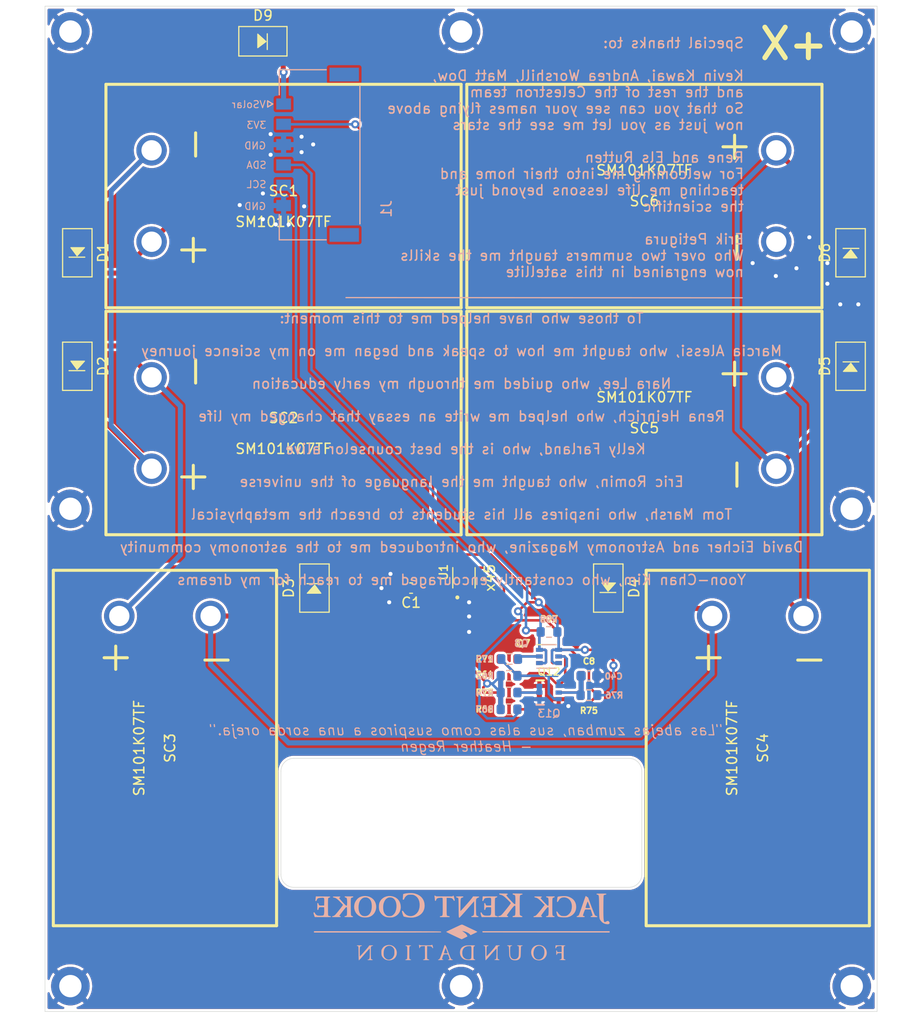
<source format=kicad_pcb>
(kicad_pcb (version 20211014) (generator pcbnew)
  (layers (0 "F.Cu" signal) (31 "B.Cu" signal) (34 "B.Paste" user) (35 "F.Paste" user) (36 "B.SilkS" user "B.Silkscreen") (37 "F.SilkS" user "F.Silkscreen") (38 "B.Mask" user) (39 "F.Mask" user) (44 "Edge.Cuts" user))
  (net 0 "")
  (net 1 "+3V3")
  (net 2 "GND")
  (net 3 "Net-(D1-Pad1)")
  (net 4 "Net-(D1-Pad2)")
  (net 5 "Net-(D2-Pad2)")
  (net 6 "Net-(D3-Pad2)")
  (net 7 "Net-(D4-Pad2)")
  (net 8 "Net-(D5-Pad2)")
  (net 9 "VSOLAR")
  (net 10 "SCL")
  (net 11 "SDA")
  (net 12 "Net-(C8-Pad1)")
  (net 13 "Net-(C40-Pad1)")
  (net 14 "Net-(Q12-Pad6)")
  (net 15 "Net-(Q7-Pad2)")
  (net 16 "SCL_SUN")
  (net 17 "Net-(Q13-Pad6)")
  (net 18 "Net-(Q8-Pad2)")
  (net 19 "SDA_SUN")
  (net 20 "Net-(Q12-Pad2)")
  (net 21 "Net-(Q13-Pad2)")
  (footprint "sputnik2U:SM101K07TF" (layer "F.Cu") (at 156.464 64.008)
    (fp_text reference "SC6" (at 0 0.5) (layer "F.SilkS"))
    (fp_text value "SM101K07TF" (at 0 -2.54) (layer "F.SilkS"))
    (fp_text user "-" (at 8.89 5.08 90) (layer "F.SilkS") (effects (font (size 3 3) (thickness 0.3))))
    (fp_text user "+" (at 8.89 -5.08) (layer "F.SilkS") (effects (font (size 3 3) (thickness 0.3))))
    (pad "1" thru_hole circle locked (at 13 -4.5) (size 3 3) (drill 2) (layers *.Cu *.Mask) (net 8 "Net-(D5-Pad2)"))
    (pad "2" thru_hole circle locked (at 13 4.5) (size 3 3) (drill 2) (layers *.Cu *.Mask) (net 2 "GND"))
  )
  (footprint "sputnik2U:SM101K07TF" (layer "F.Cu") (at 156.464 86.36)
    (fp_text reference "SC5" (at 0 0.5) (layer "F.SilkS"))
    (fp_text value "SM101K07TF" (at 0 -2.54) (layer "F.SilkS"))
    (fp_text user "+" (at 8.89 -5.08) (layer "F.SilkS") (effects (font (size 3 3) (thickness 0.3))))
    (fp_text user "-" (at 8.89 5.08 90) (layer "F.SilkS") (effects (font (size 3 3) (thickness 0.3))))
    (pad "1" thru_hole circle locked (at 13 -4.5) (size 3 3) (drill 2) (layers *.Cu *.Mask) (net 7 "Net-(D4-Pad2)"))
    (pad "2" thru_hole circle locked (at 13 4.5) (size 3 3) (drill 2) (layers *.Cu *.Mask) (net 8 "Net-(D5-Pad2)"))
  )
  (footprint "sputnik2U:DO-214AC" (layer "F.Cu") (at 100.584 80.772 90)
    (fp_text reference "D2" (at 0 2.54 90) (layer "F.SilkS"))
    (fp_text value "CDBA240LL-HF")
    (pad "1" smd rect locked (at -2 0 90) (size 2.5 1.7) (layers "F.Cu" "F.Paste" "F.Mask") (net 4 "Net-(D1-Pad2)"))
    (pad "2" smd rect locked (at 2 0 90) (size 2.5 1.7) (layers "F.Cu" "F.Paste" "F.Mask") (net 5 "Net-(D2-Pad2)"))
  )
  (footprint "sputnik2U:DO-214AC" (layer "F.Cu") (at 176.784 69.596 -90)
    (fp_text reference "D6" (at 0 2.54 -90) (layer "F.SilkS"))
    (fp_text value "CDBA240LL-HF")
    (pad "1" smd rect locked (at -2 0 270) (size 2.5 1.7) (layers "F.Cu" "F.Paste" "F.Mask") (net 8 "Net-(D5-Pad2)"))
    (pad "2" smd rect locked (at 2 0 270) (size 2.5 1.7) (layers "F.Cu" "F.Paste" "F.Mask") (net 2 "GND"))
  )
  (footprint "sputnik2U:DO-214AC" (layer "F.Cu") (at 123.952 102.616 -90)
    (fp_text reference "D3" (at 0 2.54 -90) (layer "F.SilkS"))
    (fp_text value "CDBA240LL-HF")
    (pad "1" smd rect locked (at -2 0 270) (size 2.5 1.7) (layers "F.Cu" "F.Paste" "F.Mask") (net 5 "Net-(D2-Pad2)"))
    (pad "2" smd rect locked (at 2 0 270) (size 2.5 1.7) (layers "F.Cu" "F.Paste" "F.Mask") (net 6 "Net-(D3-Pad2)"))
  )
  (footprint "sputnik2U:DO-214AC" (layer "F.Cu") (at 118.872 48.768 180)
    (fp_text reference "D9" (at 0 2.54 180) (layer "F.SilkS"))
    (fp_text value "CDBA240LL-HF")
    (pad "1" smd rect locked (at -2 0 180) (size 2.5 1.7) (layers "F.Cu" "F.Paste" "F.Mask") (net 9 "VSOLAR"))
    (pad "2" smd rect locked (at 2 0 180) (size 2.5 1.7) (layers "F.Cu" "F.Paste" "F.Mask") (net 3 "Net-(D1-Pad1)"))
  )
  (footprint "sputnik2U:DO-214AC" (layer "F.Cu") (at 176.784 80.772 -90)
    (fp_text reference "D5" (at 0 2.54 -90) (layer "F.SilkS"))
    (fp_text value "CDBA240LL-HF")
    (pad "1" smd rect locked (at -2 0 270) (size 2.5 1.7) (layers "F.Cu" "F.Paste" "F.Mask") (net 7 "Net-(D4-Pad2)"))
    (pad "2" smd rect locked (at 2 0 270) (size 2.5 1.7) (layers "F.Cu" "F.Paste" "F.Mask") (net 8 "Net-(D5-Pad2)"))
  )
  (footprint "sputnik2U:DO-214AC" (layer "F.Cu") (at 100.584 69.596 90)
    (fp_text reference "D1" (at 0 2.54 90) (layer "F.SilkS"))
    (fp_text value "CDBA240LL-HF")
    (pad "1" smd rect locked (at -2 0 90) (size 2.5 1.7) (layers "F.Cu" "F.Paste" "F.Mask") (net 3 "Net-(D1-Pad1)"))
    (pad "2" smd rect locked (at 2 0 90) (size 2.5 1.7) (layers "F.Cu" "F.Paste" "F.Mask") (net 4 "Net-(D1-Pad2)"))
  )
  (footprint "sputnik2U:DO-214AC" (layer "F.Cu") (at 152.908 102.616 90)
    (fp_text reference "D4" (at 0 2.54 90) (layer "F.SilkS"))
    (fp_text value "CDBA240LL-HF")
    (pad "1" smd rect locked (at -2 0 90) (size 2.5 1.7) (layers "F.Cu" "F.Paste" "F.Mask") (net 6 "Net-(D3-Pad2)"))
    (pad "2" smd rect locked (at 2 0 90) (size 2.5 1.7) (layers "F.Cu" "F.Paste" "F.Mask") (net 7 "Net-(D4-Pad2)"))
  )
  (footprint "MountingHole:MountingHole_2.2mm_M2_DIN965_Pad_TopBottom" (layer "F.Cu") (at 176.9 94.81)
    (fp_text reference "H1")
    (fp_text value "MountingHole_Pad")
    (pad "1" connect circle locked (at 0 0) (size 3.8 3.8) (layers "B.Cu" "B.Mask") (net 2 "GND"))
    (pad "1" thru_hole circle locked (at 0 0) (size 2.6 2.6) (drill 2.2) (layers *.Cu *.Mask) (net 2 "GND"))
    (pad "1" connect circle locked (at 0 0) (size 3.8 3.8) (layers "F.Cu" "F.Mask") (net 2 "GND"))
  )
  (footprint "MountingHole:MountingHole_2.2mm_M2_DIN965_Pad_TopBottom" (layer "F.Cu") (at 176.9 47.81)
    (fp_text reference "H2")
    (fp_text value "MountingHole_Pad")
    (pad "1" thru_hole circle locked (at 0 0) (size 2.6 2.6) (drill 2.2) (layers *.Cu *.Mask) (net 2 "GND"))
    (pad "1" connect circle locked (at 0 0) (size 3.8 3.8) (layers "F.Cu" "F.Mask") (net 2 "GND"))
    (pad "1" connect circle locked (at 0 0) (size 3.8 3.8) (layers "B.Cu" "B.Mask") (net 2 "GND"))
  )
  (footprint "MountingHole:MountingHole_2.2mm_M2_DIN965_Pad_TopBottom" (layer "F.Cu") (at 138.4 47.81)
    (fp_text reference "H3")
    (fp_text value "MountingHole_Pad")
    (pad "1" connect circle locked (at 0 0) (size 3.8 3.8) (layers "F.Cu" "F.Mask") (net 2 "GND"))
    (pad "1" connect circle locked (at 0 0) (size 3.8 3.8) (layers "B.Cu" "B.Mask") (net 2 "GND"))
    (pad "1" thru_hole circle locked (at 0 0) (size 2.6 2.6) (drill 2.2) (layers *.Cu *.Mask) (net 2 "GND"))
  )
  (footprint "MountingHole:MountingHole_2.2mm_M2_DIN965_Pad_TopBottom" (layer "F.Cu") (at 99.9 47.81)
    (fp_text reference "H4")
    (fp_text value "MountingHole_Pad")
    (pad "1" connect circle locked (at 0 0) (size 3.8 3.8) (layers "F.Cu" "F.Mask") (net 2 "GND"))
    (pad "1" thru_hole circle locked (at 0 0) (size 2.6 2.6) (drill 2.2) (layers *.Cu *.Mask) (net 2 "GND"))
    (pad "1" connect circle locked (at 0 0) (size 3.8 3.8) (layers "B.Cu" "B.Mask") (net 2 "GND"))
  )
  (footprint "MountingHole:MountingHole_2.2mm_M2_DIN965_Pad_TopBottom" (layer "F.Cu") (at 99.9 94.81)
    (fp_text reference "H5")
    (fp_text value "MountingHole_Pad")
    (pad "1" thru_hole circle locked (at 0 0) (size 2.6 2.6) (drill 2.2) (layers *.Cu *.Mask) (net 2 "GND"))
    (pad "1" connect circle locked (at 0 0) (size 3.8 3.8) (layers "B.Cu" "B.Mask") (net 2 "GND"))
    (pad "1" connect circle locked (at 0 0) (size 3.8 3.8) (layers "F.Cu" "F.Mask") (net 2 "GND"))
  )
  (footprint "MountingHole:MountingHole_2.2mm_M2_DIN965_Pad_TopBottom" (layer "F.Cu") (at 99.9 141.81)
    (fp_text reference "H6")
    (fp_text value "MountingHole_Pad")
    (pad "1" connect circle locked (at 0 0) (size 3.8 3.8) (layers "B.Cu" "B.Mask") (net 2 "GND"))
    (pad "1" connect circle locked (at 0 0) (size 3.8 3.8) (layers "F.Cu" "F.Mask") (net 2 "GND"))
    (pad "1" thru_hole circle locked (at 0 0) (size 2.6 2.6) (drill 2.2) (layers *.Cu *.Mask) (net 2 "GND"))
  )
  (footprint "MountingHole:MountingHole_2.2mm_M2_DIN965_Pad_TopBottom" (layer "F.Cu") (at 138.4 141.81)
    (fp_text reference "H7")
    (fp_text value "MountingHole_Pad")
    (pad "1" thru_hole circle locked (at 0 0) (size 2.6 2.6) (drill 2.2) (layers *.Cu *.Mask) (net 2 "GND"))
    (pad "1" connect circle locked (at 0 0) (size 3.8 3.8) (layers "B.Cu" "B.Mask") (net 2 "GND"))
    (pad "1" connect circle locked (at 0 0) (size 3.8 3.8) (layers "F.Cu" "F.Mask") (net 2 "GND"))
  )
  (footprint "MountingHole:MountingHole_2.2mm_M2_DIN965_Pad_TopBottom" (layer "F.Cu") (at 176.9 141.81)
    (fp_text reference "H8")
    (fp_text value "MountingHole_Pad")
    (pad "1" thru_hole circle locked (at 0 0) (size 2.6 2.6) (drill 2.2) (layers *.Cu *.Mask) (net 2 "GND"))
    (pad "1" connect circle locked (at 0 0) (size 3.8 3.8) (layers "F.Cu" "F.Mask") (net 2 "GND"))
    (pad "1" connect circle locked (at 0 0) (size 3.8 3.8) (layers "B.Cu" "B.Mask") (net 2 "GND"))
  )
  (footprint "sputnik2U:SM101K07TF" (layer "F.Cu") (at 120.904 64.008 180)
    (fp_text reference "SC1" (at 0 0.5 180) (layer "F.SilkS"))
    (fp_text value "SM101K07TF" (at 0 -2.54 180) (layer "F.SilkS"))
    (fp_text user "-" (at 8.89 5.08 270) (layer "F.SilkS") (effects (font (size 3 3) (thickness 0.3))))
    (fp_text user "+" (at 8.89 -5.08 180) (layer "F.SilkS") (effects (font (size 3 3) (thickness 0.3))))
    (pad "1" thru_hole circle locked (at 13 -4.5 180) (size 3 3) (drill 2) (layers *.Cu *.Mask) (net 3 "Net-(D1-Pad1)"))
    (pad "2" thru_hole circle locked (at 13 4.5 180) (size 3 3) (drill 2) (layers *.Cu *.Mask) (net 4 "Net-(D1-Pad2)"))
  )
  (footprint "sputnik2U:SM101K07TF" (layer "F.Cu") (at 120.904 86.36 180)
    (fp_text reference "SC2" (at 0 0.5 180) (layer "F.SilkS"))
    (fp_text value "SM101K07TF" (at 0 -2.54 180) (layer "F.SilkS"))
    (fp_text user "-" (at 8.89 5.08 270) (layer "F.SilkS") (effects (font (size 3 3) (thickness 0.3))))
    (fp_text user "+" (at 8.89 -5.08 180) (layer "F.SilkS") (effects (font (size 3 3) (thickness 0.3))))
    (pad "1" thru_hole circle locked (at 13 -4.5 180) (size 3 3) (drill 2) (layers *.Cu *.Mask) (net 4 "Net-(D1-Pad2)"))
    (pad "2" thru_hole circle locked (at 13 4.5 180) (size 3 3) (drill 2) (layers *.Cu *.Mask) (net 5 "Net-(D2-Pad2)"))
  )
  (footprint "sputnik2U:SM101K07TF" (layer "F.Cu") (at 109.22 118.364 90)
    (fp_text reference "SC3" (at 0 0.5 90) (layer "F.SilkS"))
    (fp_text value "SM101K07TF" (at 0 -2.54 90) (layer "F.SilkS"))
    (fp_text user "+" (at 8.89 -5.08 90) (layer "F.SilkS") (effects (font (size 3 3) (thickness 0.3))))
    (fp_text user "-" (at 8.89 5.08 180) (layer "F.SilkS") (effects (font (size 3 3) (thickness 0.3))))
    (pad "1" thru_hole circle locked (at 13 -4.5 90) (size 3 3) (drill 2) (layers *.Cu *.Mask) (net 5 "Net-(D2-Pad2)"))
    (pad "2" thru_hole circle locked (at 13 4.5 90) (size 3 3) (drill 2) (layers *.Cu *.Mask) (net 6 "Net-(D3-Pad2)"))
  )
  (footprint "sputnik2U:SM101K07TF" (layer "F.Cu") (at 167.64 118.364 90)
    (fp_text reference "SC4" (at 0 0.5 90) (layer "F.SilkS"))
    (fp_text value "SM101K07TF" (at 0 -2.54 90) (layer "F.SilkS"))
    (fp_text user "-" (at 8.89 5.08 180) (layer "F.SilkS") (effects (font (size 3 3) (thickness 0.3))))
    (fp_text user "+" (at 8.89 -5.08 90) (layer "F.SilkS") (effects (font (size 3 3) (thickness 0.3))))
    (pad "1" thru_hole circle locked (at 13 -4.5 90) (size 3 3) (drill 2) (layers *.Cu *.Mask) (net 6 "Net-(D3-Pad2)"))
    (pad "2" thru_hole circle locked (at 13 4.5 90) (size 3 3) (drill 2) (layers *.Cu *.Mask) (net 7 "Net-(D4-Pad2)"))
  )
  (footprint "sputnik2U:OPT3001" (layer "F.Cu") (at 138.684 101.6 90)
    (fp_text reference "U1" (at 0.54 -2.008 90) (layer "F.SilkS") (effects (font (size 0.8 0.8))))
    (fp_text value "OPT3001DNPT")
    (pad "1" smd rect locked (at -0.995 -0.65 90) (size 0.74 0.27) (layers "F.Cu" "F.Paste" "F.Mask") (net 1 "+3V3"))
    (pad "2" smd rect locked (at -0.995 0 90) (size 0.74 0.27) (layers "F.Cu" "F.Paste" "F.Mask") (net 1 "+3V3"))
    (pad "3" smd rect locked (at -0.995 0.65 90) (size 0.74 0.27) (layers "F.Cu" "F.Paste" "F.Mask") (net 2 "GND"))
    (pad "4" smd rect locked (at 0.995 0.65 90) (size 0.74 0.27) (layers "F.Cu" "F.Paste" "F.Mask") (net 16 "SCL_SUN"))
    (pad "5" smd rect locked (at 0.995 0 90) (size 0.74 0.27) (layers "F.Cu" "F.Paste" "F.Mask"))
    (pad "6" smd rect locked (at 0.995 -0.65 90) (size 0.74 0.27) (layers "F.Cu" "F.Paste" "F.Mask") (net 19 "SDA_SUN"))
    (pad "7" smd rect locked (at 0 0 90) (size 0.65 1.35) (layers "F.Cu" "F.Mask") (net 2 "GND"))
  )
  (footprint "Resistor_SMD:R_0603_1608Metric" (layer "F.Cu") (at 151.003 113.157 180)
    (fp_text reference "R75" (at 0 -1.524) (layer "F.SilkS") (effects (font (size 0.6 0.6))))
    (fp_text value "200K")
    (pad "1" smd roundrect locked (at -0.825 0 180) (size 0.8 0.95) (layers "F.Cu" "F.Paste" "F.Mask") (net 16 "SCL_SUN"))
    (pad "2" smd roundrect locked (at 0.825 0 180) (size 0.8 0.95) (layers "F.Cu" "F.Paste" "F.Mask") (net 12 "Net-(C8-Pad1)"))
  )
  (footprint "Resistor_SMD:R_0603_1608Metric" (layer "F.Cu") (at 143.129 112.903)
    (fp_text reference "R73" (at -2.413 0) (layer "F.SilkS") (effects (font (size 0.6 0.6))))
    (fp_text value "100K")
    (pad "1" smd roundrect locked (at -0.825 0) (size 0.8 0.95) (layers "F.Cu" "F.Paste" "F.Mask") (net 1 "+3V3"))
    (pad "2" smd roundrect locked (at 0.825 0) (size 0.8 0.95) (layers "F.Cu" "F.Paste" "F.Mask") (net 20 "Net-(Q12-Pad2)"))
  )
  (footprint "Resistor_SMD:R_0603_1608Metric" (layer "F.Cu") (at 143.129 109.601 180)
    (fp_text reference "R71" (at 2.413 0) (layer "F.SilkS") (effects (font (size 0.6 0.6))))
    (fp_text value "680")
    (pad "1" smd roundrect locked (at -0.825 0 180) (size 0.8 0.95) (layers "F.Cu" "F.Paste" "F.Mask") (net 15 "Net-(Q7-Pad2)"))
    (pad "2" smd roundrect locked (at 0.825 0 180) (size 0.8 0.95) (layers "F.Cu" "F.Paste" "F.Mask") (net 14 "Net-(Q12-Pad6)"))
  )
  (footprint "Resistor_SMD:R_0603_1608Metric" (layer "F.Cu") (at 143.129 114.554)
    (fp_text reference "R66" (at -2.413 0) (layer "F.SilkS") (effects (font (size 0.6 0.6))))
    (fp_text value "10K")
    (pad "1" smd roundrect locked (at -0.825 0) (size 0.8 0.95) (layers "F.Cu" "F.Paste" "F.Mask") (net 1 "+3V3"))
    (pad "2" smd roundrect locked (at 0.825 0) (size 0.8 0.95) (layers "F.Cu" "F.Paste" "F.Mask") (net 16 "SCL_SUN"))
  )
  (footprint "Resistor_SMD:R_0603_1608Metric" (layer "F.Cu") (at 143.129 111.252)
    (fp_text reference "R61" (at -2.413 -0.127) (layer "F.SilkS") (effects (font (size 0.6 0.6))))
    (fp_text value "10K")
    (pad "1" smd roundrect locked (at -0.825 0) (size 0.8 0.95) (layers "F.Cu" "F.Paste" "F.Mask") (net 1 "+3V3"))
    (pad "2" smd roundrect locked (at 0.825 0) (size 0.8 0.95) (layers "F.Cu" "F.Paste" "F.Mask") (net 14 "Net-(Q12-Pad6)"))
  )
  (footprint "Resistor_SMD:R_0603_1608Metric" (layer "F.Cu") (at 147.066 106.934 180)
    (fp_text reference "R97" (at 0 1.27) (layer "F.SilkS") (effects (font (size 0.6 0.6))))
    (fp_text value "0")
    (pad "1" smd roundrect locked (at -0.825 0 180) (size 0.8 0.95) (layers "F.Cu" "F.Paste" "F.Mask") (net 16 "SCL_SUN"))
    (pad "2" smd roundrect locked (at 0.825 0 180) (size 0.8 0.95) (layers "F.Cu" "F.Paste" "F.Mask") (net 10 "SCL"))
  )
  (footprint "sputnik2U:BSS138DWQ-7" (layer "F.Cu") (at 147.066 112.903)
    (fp_text reference "Q12" (at 0 -2.06) (layer "F.SilkS") (effects (font (size 0.762 0.762) (thickness 0.127))))
    (fp_text value "BSS138DWQ-7" hide)
    (pad "1" smd rect locked (at -0.95 -0.65 90) (size 0.4 0.6) (layers "F.Cu" "F.Paste" "F.Mask") (net 2 "GND"))
    (pad "2" smd rect locked (at -0.95 0 90) (size 0.4 0.6) (layers "F.Cu" "F.Paste" "F.Mask") (net 20 "Net-(Q12-Pad2)"))
    (pad "3" smd rect locked (at -0.95 0.65 90) (size 0.4 0.6) (layers "F.Cu" "F.Paste" "F.Mask") (net 20 "Net-(Q12-Pad2)"))
    (pad "4" smd rect locked (at 0.95 0.65 90) (size 0.4 0.6) (layers "F.Cu" "F.Paste" "F.Mask") (net 2 "GND"))
    (pad "5" smd rect locked (at 0.95 0 90) (size 0.4 0.6) (layers "F.Cu" "F.Paste" "F.Mask") (net 12 "Net-(C8-Pad1)"))
    (pad "6" smd rect locked (at 0.95 -0.65 90) (size 0.4 0.6) (layers "F.Cu" "F.Paste" "F.Mask") (net 14 "Net-(Q12-Pad6)"))
  )
  (footprint "Package_TO_SOT_SMD:SOT-363_SC-70-6" (layer "F.Cu") (at 147.066 109.347)
    (fp_text reference "Q7" (at -2.54 -1.27) (layer "F.SilkS") (effects (font (size 0.7 0.7))))
    (fp_text value "MBT2222ADW1T1")
    (pad "1" smd rect locked (at -0.95 -0.65) (size 0.65 0.4) (layers "F.Cu" "F.Paste" "F.Mask") (net 10 "SCL"))
    (pad "2" smd rect locked (at -0.95 0) (size 0.65 0.4) (layers "F.Cu" "F.Paste" "F.Mask") (net 15 "Net-(Q7-Pad2)"))
    (pad "3" smd rect locked (at -0.95 0.65) (size 0.65 0.4) (layers "F.Cu" "F.Paste" "F.Mask") (net 10 "SCL"))
    (pad "4" smd rect locked (at 0.95 0.65) (size 0.65 0.4) (layers "F.Cu" "F.Paste" "F.Mask") (net 16 "SCL_SUN"))
    (pad "5" smd rect locked (at 0.95 0) (size 0.65 0.4) (layers "F.Cu" "F.Paste" "F.Mask") (net 14 "Net-(Q12-Pad6)"))
    (pad "6" smd rect locked (at 0.95 -0.65) (size 0.65 0.4) (layers "F.Cu" "F.Paste" "F.Mask") (net 16 "SCL_SUN"))
  )
  (footprint "Capacitor_SMD:C_0603_1608Metric" (layer "F.Cu") (at 151.003 111.252)
    (fp_text reference "C8" (at 0 -1.43) (layer "F.SilkS") (effects (font (size 0.6 0.6))))
    (fp_text value "10nF")
    (pad "1" smd roundrect locked (at -0.775 0) (size 0.9 0.95) (layers "F.Cu" "F.Paste" "F.Mask") (net 12 "Net-(C8-Pad1)"))
    (pad "2" smd roundrect locked (at 0.775 0) (size 0.9 0.95) (layers "F.Cu" "F.Paste" "F.Mask") (net 2 "GND"))
  )
  (footprint "Capacitor_SMD:C_0603_1608Metric" (layer "F.Cu") (at 133.477 102.616 180)
    (fp_text reference "C1" (at 0 -1.43) (layer "F.SilkS"))
    (fp_text value "100nF")
    (pad "1" smd roundrect locked (at -0.775 0 180) (size 0.9 0.95) (layers "F.Cu" "F.Paste" "F.Mask") (net 1 "+3V3"))
    (pad "2" smd roundrect locked (at 0.775 0 180) (size 0.9 0.95) (layers "F.Cu" "F.Paste" "F.Mask") (net 2 "GND"))
  )
  (footprint "sputnik2U:MOLEX_2053380006" (layer "B.Cu") (at 124.46 59.944 90)
    (fp_text reference "J1" (at -5.325 6.585 270) (layer "B.SilkS") (effects (justify mirror)))
    (fp_text value "Conn_01x06")
    (pad "1" smd rect locked (at 5 -3.55 90) (size 1.1 1.45) (layers "B.Cu" "B.Paste") (net 9 "VSOLAR"))
    (pad "2" smd rect locked (at 3 -3.55 90) (size 1.1 1.45) (layers "B.Cu" "B.Paste") (net 1 "+3V3"))
    (pad "3" smd rect locked (at 1 -3.55 90) (size 1.1 1.45) (layers "B.Cu" "B.Paste") (net 2 "GND"))
    (pad "4" smd rect locked (at -1 -3.55 90) (size 1.1 1.45) (layers "B.Cu" "B.Paste") (net 11 "SDA"))
    (pad "5" smd rect locked (at -3 -3.55 90) (size 1.1 1.45) (layers "B.Cu" "B.Paste") (net 10 "SCL"))
    (pad "6" smd rect locked (at -5 -3.55 90) (size 1.1 1.45) (layers "B.Cu" "B.Paste") (net 2 "GND"))
    (pad "S1" smd rect locked (at 7.895 2.425 90) (size 1.35 2.9) (layers "B.Cu" "B.Paste"))
    (pad "S2" smd rect locked (at -7.895 2.425 90) (size 1.35 2.9) (layers "B.Cu" "B.Paste"))
  )
  (footprint "sputnik2U:BSS138DWQ-7" (layer "B.Cu") (at 147.066 112.903)
    (fp_text reference "Q13" (at 0 2.06 180) (layer "B.SilkS") (effects (font (size 0.762 0.762) (thickness 0.127)) (justify mirror)))
    (fp_text value "BSS138DWQ-7" hide)
    (pad "1" smd rect locked (at -0.95 0.65 270) (size 0.4 0.6) (layers "B.Cu" "B.Paste" "B.Mask") (net 2 "GND"))
    (pad "2" smd rect locked (at -0.95 0 270) (size 0.4 0.6) (layers "B.Cu" "B.Paste" "B.Mask") (net 21 "Net-(Q13-Pad2)"))
    (pad "3" smd rect locked (at -0.95 -0.65 270) (size 0.4 0.6) (layers "B.Cu" "B.Paste" "B.Mask") (net 21 "Net-(Q13-Pad2)"))
    (pad "4" smd rect locked (at 0.95 -0.65 270) (size 0.4 0.6) (layers "B.Cu" "B.Paste" "B.Mask") (net 2 "GND"))
    (pad "5" smd rect locked (at 0.95 0 270) (size 0.4 0.6) (layers "B.Cu" "B.Paste" "B.Mask") (net 13 "Net-(C40-Pad1)"))
    (pad "6" smd rect locked (at 0.95 0.65 270) (size 0.4 0.6) (layers "B.Cu" "B.Paste" "B.Mask") (net 17 "Net-(Q13-Pad6)"))
  )
  (footprint "Resistor_SMD:R_0603_1608Metric" (layer "B.Cu") (at 151.003 113.157 180)
    (fp_text reference "R76" (at -2.4892 -0.0254) (layer "B.SilkS") (effects (font (size 0.6 0.6)) (justify mirror)))
    (fp_text value "200K")
    (pad "1" smd roundrect locked (at -0.825 0 180) (size 0.8 0.95) (layers "B.Cu" "B.Paste" "B.Mask") (net 19 "SDA_SUN"))
    (pad "2" smd roundrect locked (at 0.825 0 180) (size 0.8 0.95) (layers "B.Cu" "B.Paste" "B.Mask") (net 13 "Net-(C40-Pad1)"))
  )
  (footprint "Resistor_SMD:R_0603_1608Metric" (layer "B.Cu") (at 147.066 106.934 180)
    (fp_text reference "R98" (at 0.0254 1.2192) (layer "B.SilkS") (effects (font (size 0.6 0.6)) (justify mirror)))
    (fp_text value "0")
    (pad "1" smd roundrect locked (at -0.825 0 180) (size 0.8 0.95) (layers "B.Cu" "B.Paste" "B.Mask") (net 19 "SDA_SUN"))
    (pad "2" smd roundrect locked (at 0.825 0 180) (size 0.8 0.95) (layers "B.Cu" "B.Paste" "B.Mask") (net 11 "SDA"))
  )
  (footprint "Resistor_SMD:R_0603_1608Metric" (layer "B.Cu") (at 143.129 112.903)
    (fp_text reference "R74" (at -2.3876 0.0762) (layer "B.SilkS") (effects (font (size 0.6 0.6)) (justify mirror)))
    (fp_text value "100K")
    (pad "1" smd roundrect locked (at -0.825 0) (size 0.8 0.95) (layers "B.Cu" "B.Paste" "B.Mask") (net 1 "+3V3"))
    (pad "2" smd roundrect locked (at 0.825 0) (size 0.8 0.95) (layers "B.Cu" "B.Paste" "B.Mask") (net 21 "Net-(Q13-Pad2)"))
  )
  (footprint "Resistor_SMD:R_0603_1608Metric" (layer "B.Cu") (at 143.129 114.554)
    (fp_text reference "R67" (at -2.3876 0) (layer "B.SilkS") (effects (font (size 0.6 0.6)) (justify mirror)))
    (fp_text value "10K")
    (pad "1" smd roundrect locked (at -0.825 0) (size 0.8 0.95) (layers "B.Cu" "B.Paste" "B.Mask") (net 1 "+3V3"))
    (pad "2" smd roundrect locked (at 0.825 0) (size 0.8 0.95) (layers "B.Cu" "B.Paste" "B.Mask") (net 19 "SDA_SUN"))
  )
  (footprint "Resistor_SMD:R_0603_1608Metric" (layer "B.Cu") (at 143.129 111.252)
    (fp_text reference "R62" (at -2.3876 0) (layer "B.SilkS") (effects (font (size 0.6 0.6)) (justify mirror)))
    (fp_text value "10K")
    (pad "1" smd roundrect locked (at -0.825 0) (size 0.8 0.95) (layers "B.Cu" "B.Paste" "B.Mask") (net 1 "+3V3"))
    (pad "2" smd roundrect locked (at 0.825 0) (size 0.8 0.95) (layers "B.Cu" "B.Paste" "B.Mask") (net 17 "Net-(Q13-Pad6)"))
  )
  (footprint "Resistor_SMD:R_0603_1608Metric" (layer "B.Cu") (at 143.192 109.601 180)
    (fp_text reference "R72" (at 2.4506 -0.0254) (layer "B.SilkS") (effects (font (size 0.6 0.6)) (justify mirror)))
    (fp_text value "680")
    (pad "1" smd roundrect locked (at -0.825 0 180) (size 0.8 0.95) (layers "B.Cu" "B.Paste" "B.Mask") (net 18 "Net-(Q8-Pad2)"))
    (pad "2" smd roundrect locked (at 0.825 0 180) (size 0.8 0.95) (layers "B.Cu" "B.Paste" "B.Mask") (net 17 "Net-(Q13-Pad6)"))
  )
  (footprint "Package_TO_SOT_SMD:SOT-363_SC-70-6" (layer "B.Cu") (at 147.066 109.347)
    (fp_text reference "Q8" (at -2.7178 -1.2954) (layer "B.SilkS") (effects (font (size 0.7 0.7)) (justify mirror)))
    (fp_text value "MBT2222ADW1T1")
    (pad "1" smd rect locked (at -0.95 0.65) (size 0.65 0.4) (layers "B.Cu" "B.Paste" "B.Mask") (net 11 "SDA"))
    (pad "2" smd rect locked (at -0.95 0) (size 0.65 0.4) (layers "B.Cu" "B.Paste" "B.Mask") (net 18 "Net-(Q8-Pad2)"))
    (pad "3" smd rect locked (at -0.95 -0.65) (size 0.65 0.4) (layers "B.Cu" "B.Paste" "B.Mask") (net 11 "SDA"))
    (pad "4" smd rect locked (at 0.95 -0.65) (size 0.65 0.4) (layers "B.Cu" "B.Paste" "B.Mask") (net 19 "SDA_SUN"))
    (pad "5" smd rect locked (at 0.95 0) (size 0.65 0.4) (layers "B.Cu" "B.Paste" "B.Mask") (net 17 "Net-(Q13-Pad6)"))
    (pad "6" smd rect locked (at 0.95 0.65) (size 0.65 0.4) (layers "B.Cu" "B.Paste" "B.Mask") (net 19 "SDA_SUN"))
  )
  (footprint "Capacitor_SMD:C_0603_1608Metric" (layer "B.Cu") (at 151.003 111.252)
    (fp_text reference "C40" (at 2.4384 0.0508) (layer "B.SilkS") (effects (font (size 0.6 0.6)) (justify mirror)))
    (fp_text value "10nF")
    (pad "1" smd roundrect locked (at -0.775 0) (size 0.9 0.95) (layers "B.Cu" "B.Paste" "B.Mask") (net 13 "Net-(C40-Pad1)"))
    (pad "2" smd roundrect locked (at 0.775 0) (size 0.9 0.95) (layers "B.Cu" "B.Paste" "B.Mask") (net 2 "GND"))
  )
  (footprint "LOGO" (layer "B.Cu") (at 138.45 135.96 180)
    (fp_text reference "G***" hide)
    (fp_text value "LOGO" hide)
  )
  (gr_line (start 127.06 74.01) (end 166.11 74.03) (layer "B.SilkS") (width 0.12))
  (gr_line (start 120.65 130.81) (end 120.65 120.65) (layer "Edge.Cuts") (width 0.05))
  (gr_line (start 156.21 120.65) (end 156.21 130.81) (layer "Edge.Cuts") (width 0.05))
  (gr_line (start 121.92 119.38) (end 154.94 119.38) (layer "Edge.Cuts") (width 0.05))
  (gr_line (start 154.94 132.08) (end 121.92 132.08) (layer "Edge.Cuts") (width 0.05))
  (gr_line (start 97.4 144.31) (end 97.4 45.31) (layer "Edge.Cuts") (width 0.05))
  (gr_line (start 179.4 45.31) (end 97.4 45.31) (layer "Edge.Cuts") (width 0.05))
  (gr_line (start 97.4 144.31) (end 179.4 144.31) (layer "Edge.Cuts") (width 0.05))
  (gr_line (start 179.4 144.31) (end 179.4 45.31) (layer "Edge.Cuts") (width 0.05))
  (gr_arc (start 154.94 119.38) (mid 155.838026 119.751974) (end 156.21 120.65) (layer "Edge.Cuts") (width 0.05))
  (gr_arc (start 121.92 132.08) (mid 121.021974 131.708026) (end 120.65 130.81) (layer "Edge.Cuts") (width 0.05))
  (gr_arc (start 120.65 120.65) (mid 121.021974 119.751974) (end 121.92 119.38) (layer "Edge.Cuts") (width 0.05))
  (gr_arc (start 156.21 130.81) (mid 155.838026 131.708026) (end 154.94 132.08) (layer "Edge.Cuts") (width 0.05))
  (gr_text "GND" (at 118.11 65.024) (layer "B.SilkS") (effects (font (size 0.7 0.7) (thickness 0.1)) (justify mirror)))
  (gr_text "SDA" (at 118.237 60.96) (layer "B.SilkS") (effects (font (size 0.7 0.7) (thickness 0.1)) (justify mirror)))
  (gr_text "{dblquote}Las abejas zumban, sus alas como suspiros a una sorda oreja.{dblquote}\n- Heather Regen" (at 138.96 117.41) (layer "B.SilkS") (effects (font (size 1 1) (thickness 0.12) italic) (justify mirror)))
  (gr_text "3V3" (at 118.237 57.023) (layer "B.SilkS") (effects (font (size 0.7 0.7) (thickness 0.1)) (justify mirror)))
  (gr_text "VSolar" (at 117.475 54.991) (layer "B.SilkS") (effects (font (size 0.7 0.7) (thickness 0.1)) (justify mirror)))
  (gr_text "To those who have helped me to this moment:\n\nMarcia Alessi, who taught me how to speak and began me on my science journey\n\nNara Lee, who guided me through my early education\n\nRena Heinrich, who helped me write an essay that changed my life\n\nKelly Farland, who is the best counselor alive \n\nEric Romin, who taught me the language of the universe\n\nTom Marsh, who inspires all his students to breach the metaphysical\n\nDavid Eicher and Astronomy Magazine, who introduced me to the astronomy community\n\nYoon-Chan Kim, who constantly encouraged me to reach for my dreams\n" (at 138.45 88.92) (layer "B.SilkS") (effects (font (size 1 1)) (justify mirror)))
  (gr_text "Special thanks to:\n\nKevin Kawai, Andrea Worshill, Matt Dow, \nand the rest of the Celestron team \nSo that you can see your names flying above\nnow just as you let me see the stars \n\nRene and Els Rutten\nFor welcoming me into their home and \nteaching me life lessons beyond just\nthe scientific\n\nErik Petigura\nWho over two summers taught me the skills\nnow engrained in this satellite" (at 166.36 60.21) (layer "B.SilkS") (effects (font (size 1 1)) (justify left mirror)))
  (gr_text "GND" (at 118.11 59.055) (layer "B.SilkS") (effects (font (size 0.7 0.7) (thickness 0.1)) (justify mirror)))
  (gr_text "SCL" (at 118.237 62.865) (layer "B.SilkS") (effects (font (size 0.7 0.7) (thickness 0.1)) (justify mirror)))
  (gr_text "x45" (at 141.224 101.6 90) (layer "F.SilkS") (effects (font (size 1 1))))
  (gr_text "X+" (at 171.196 49.022) (layer "F.SilkS") (effects (font (size 3 3) (thickness 0.5))))
  (segment (start 130.556 72.136) (end 130.556 72.136) (width 0.25) (layer "F.Cu") (net 1))
  (segment (start 140.589 112.903) (end 140.589 112.395) (width 0.25) (layer "F.Cu") (net 1))
  (segment (start 140.589 112.395) (end 140.843 112.141) (width 0.25) (layer "F.Cu") (net 1))
  (segment (start 140.589 112.903) (end 142.304 112.903) (width 0.25) (layer "F.Cu") (net 1))
  (segment (start 140.97 112.014) (end 140.97 112.014) (width 0.25) (layer "F.Cu") (net 1))
  (segment (start 140.843 112.141) (end 140.97 112.014) (width 0.25) (layer "F.Cu") (net 1))
  (segment (start 142.304 114.554) (end 142.304 112.903) (width 0.5) (layer "F.Cu") (net 1))
  (segment (start 142.304 112.903) (end 142.304 111.252) (width 0.5) (layer "F.Cu") (net 1))
  (segment (start 138.034 109.078) (end 140.97 112.014) (width 0.25) (layer "F.Cu") (net 1))
  (segment (start 138.034 102.595) (end 138.034 109.078) (width 0.25) (layer "F.Cu") (net 1))
  (segment (start 135.636 77.216) (end 130.556 72.136) (width 0.25) (layer "F.Cu") (net 1))
  (segment (start 135.636 100.197) (end 135.636 77.216) (width 0.25) (layer "F.Cu") (net 1))
  (segment (start 134.239 102.616) (end 138.013 102.616) (width 0.25) (layer "F.Cu") (net 1))
  (segment (start 138.034 102.595) (end 135.636 100.197) (width 0.25) (layer "F.Cu") (net 1))
  (segment (start 138.034 102.595) (end 138.684 102.595) (width 0.25) (layer "F.Cu") (net 1))
  (segment (start 138.013 102.616) (end 138.034 102.595) (width 0.25) (layer "F.Cu") (net 1))
  (segment (start 130.556 59.532) (end 130.556 72.136) (width 0.25) (layer "F.Cu") (net 1))
  (segment (start 127.968 56.944) (end 130.556 59.532) (width 0.25) (layer "F.Cu") (net 1))
  (via (at 140.97 112.014) (size 0.8) (drill 0.4) (layers "F.Cu" "B.Cu") (net 1))
  (via (at 127.968 56.944) (size 0.8) (drill 0.4) (layers "F.Cu" "B.Cu") (net 1))
  (segment (start 140.97 112.014) (end 141.542 112.014) (width 0.25) (layer "B.Cu") (net 1))
  (segment (start 141.542 112.014) (end 142.304 111.252) (width 0.25) (layer "B.Cu") (net 1))
  (segment (start 141.415 112.014) (end 142.304 112.903) (width 0.25) (layer "B.Cu") (net 1))
  (segment (start 140.97 112.014) (end 141.415 112.014) (width 0.25) (layer "B.Cu") (net 1))
  (segment (start 142.304 112.903) (end 142.304 114.554) (width 0.5) (layer "B.Cu") (net 1))
  (segment (start 142.304 111.252) (end 142.304 112.903) (width 0.5) (layer "B.Cu") (net 1))
  (segment (start 127.968 56.944) (end 120.91 56.944) (width 0.25) (layer "B.Cu") (net 1))
  (segment (start 128.064 56.944) (end 127.968 56.944) (width 0.25) (layer "B.Cu") (net 1))
  (via (at 174.498 72.644) (size 0.8) (drill 0.4) (layers "F.Cu" "B.Cu") (net 2))
  (via (at 118.872 66.294) (size 0.8) (drill 0.4) (layers "F.Cu" "B.Cu") (net 2))
  (via (at 175.768 74.676) (size 0.8) (drill 0.4) (layers "F.Cu" "B.Cu") (net 2))
  (via (at 122.936 66.294) (size 0.8) (drill 0.4) (layers "F.Cu" "B.Cu") (net 2))
  (via (at 148.971 114.2365) (size 0.8) (drill 0.4) (layers "F.Cu" "B.Cu") (net 2))
  (via (at 139.192 104.013) (size 0.8) (drill 0.4) (layers "F.Cu" "B.Cu") (net 2))
  (via (at 177.546 74.676) (size 0.8) (drill 0.4) (layers "F.Cu" "B.Cu") (net 2))
  (via (at 131.318 104.013) (size 0.8) (drill 0.4) (layers "F.Cu" "B.Cu") (net 2))
  (via (at 123.825 58.928) (size 0.8) (drill 0.4) (layers "F.Cu" "B.Cu") (net 2))
  (via (at 122.682 59.69) (size 0.8) (drill 0.4) (layers "F.Cu" "B.Cu") (net 2))
  (via (at 120.142 66.802) (size 0.8) (drill 0.4) (layers "F.Cu" "B.Cu") (net 2))
  (via (at 119.634 59.944) (size 0.8) (drill 0.4) (layers "F.Cu" "B.Cu") (net 2))
  (via (at 116.586 64.897) (size 0.8) (drill 0.4) (layers "F.Cu" "B.Cu") (net 2))
  (via (at 131.445 101.219) (size 0.8) (drill 0.4) (layers "F.Cu" "B.Cu") (net 2))
  (via (at 122.682 58.166) (size 0.8) (drill 0.4) (layers "F.Cu" "B.Cu") (net 2))
  (via (at 118.872 63.754) (size 0.8) (drill 0.4) (layers "F.Cu" "B.Cu") (net 2))
  (via (at 121.412 66.802) (size 0.8) (drill 0.4) (layers "F.Cu" "B.Cu") (net 2))
  (via (at 169.418 71.882) (size 0.8) (drill 0.4) (layers "F.Cu" "B.Cu") (net 2))
  (via (at 139.192 106.934) (size 0.8) (drill 0.4) (layers "F.Cu" "B.Cu") (net 2))
  (via (at 130.556 102.616) (size 0.8) (drill 0.4) (layers "F.Cu" "B.Cu") (net 2))
  (via (at 167.132 70.612) (size 0.8) (drill 0.4) (layers "F.Cu" "B.Cu") (net 2))
  (via (at 171.45 71.12) (size 0.8) (drill 0.4) (layers "F.Cu" "B.Cu") (net 2))
  (via (at 119.634 57.912) (size 0.8) (drill 0.4) (layers "F.Cu" "B.Cu") (net 2))
  (via (at 172.72 68.072) (size 0.8) (drill 0.4) (layers "F.Cu" "B.Cu") (net 2))
  (via (at 122.936 65.024) (size 0.8) (drill 0.4) (layers "F.Cu" "B.Cu") (net 2))
  (via (at 174.498 70.612) (size 0.8) (drill 0.4) (layers "F.Cu" "B.Cu") (net 2))
  (via (at 139.192 105.41) (size 0.8) (drill 0.4) (layers "F.Cu" "B.Cu") (net 2))
  (segment (start 104.816 71.596) (end 107.904 68.508) (width 0.5) (layer "F.Cu") (net 3))
  (segment (start 116.872 59.54) (end 116.872 48.768) (width 0.5) (layer "F.Cu") (net 3))
  (segment (start 107.904 68.508) (end 116.872 59.54) (width 0.5) (layer "F.Cu") (net 3))
  (segment (start 100.584 71.596) (end 104.816 71.596) (width 0.5) (layer "F.Cu") (net 3))
  (segment (start 100.584 67.596) (end 100.584 66.828) (width 0.5) (layer "F.Cu") (net 4))
  (segment (start 100.584 83.54) (end 107.904 90.86) (width 0.5) (layer "F.Cu") (net 4))
  (segment (start 100.584 66.828) (end 107.904 59.508) (width 0.5) (layer "F.Cu") (net 4))
  (segment (start 100.584 82.772) (end 100.584 83.54) (width 0.5) (layer "F.Cu") (net 4))
  (segment (start 103.912 63.5) (end 103.912 86.64) (width 0.5) (layer "B.Cu") (net 4))
  (segment (start 107.904 90.632) (end 107.904 90.86) (width 0.5) (layer "B.Cu") (net 4))
  (segment (start 107.904 59.508) (end 103.912 63.5) (width 0.5) (layer "B.Cu") (net 4))
  (segment (start 103.912 86.64) (end 107.904 90.632) (width 0.5) (layer "B.Cu") (net 4))
  (segment (start 109.468 100.616) (end 104.72 105.364) (width 0.5) (layer "F.Cu") (net 5))
  (segment (start 100.584 78.772) (end 104.816 78.772) (width 0.5) (layer "F.Cu") (net 5))
  (segment (start 104.816 78.772) (end 107.904 81.86) (width 0.5) (layer "F.Cu") (net 5))
  (segment (start 123.952 100.616) (end 109.468 100.616) (width 0.5) (layer "F.Cu") (net 5))
  (segment (start 110.744 99.34) (end 104.72 105.364) (width 0.5) (layer "B.Cu") (net 5))
  (segment (start 107.904 81.86) (end 110.744 84.7) (width 0.5) (layer "B.Cu") (net 5))
  (segment (start 110.744 84.7) (end 110.744 99.34) (width 0.5) (layer "B.Cu") (net 5))
  (segment (start 162.392 104.616) (end 163.14 105.364) (width 0.5) (layer "F.Cu") (net 6))
  (segment (start 123.204 105.364) (end 123.952 104.616) (width 0.5) (layer "F.Cu") (net 6))
  (segment (start 152.908 104.616) (end 162.392 104.616) (width 0.5) (layer "F.Cu") (net 6))
  (segment (start 113.72 105.364) (end 123.204 105.364) (width 0.5) (layer "F.Cu") (net 6))
  (segment (start 156.337 117.856) (end 163.14 111.053) (width 0.5) (layer "B.Cu") (net 6))
  (segment (start 163.14 111.053) (end 163.14 108.132) (width 0.5) (layer "B.Cu") (net 6))
  (segment (start 163.14 108.132) (end 163.14 105.364) (width 0.5) (layer "B.Cu") (net 6))
  (segment (start 113.72 105.364) (end 113.72 110.164) (width 0.5) (layer "B.Cu") (net 6))
  (segment (start 113.72 110.164) (end 121.412 117.856) (width 0.5) (layer "B.Cu") (net 6))
  (segment (start 121.412 117.856) (end 156.337 117.856) (width 0.5) (layer "B.Cu") (net 6))
  (segment (start 172.552 78.772) (end 169.464 81.86) (width 0.5) (layer "F.Cu") (net 7))
  (segment (start 176.784 78.772) (end 172.552 78.772) (width 0.5) (layer "F.Cu") (net 7))
  (segment (start 152.908 100.616) (end 167.392 100.616) (width 0.5) (layer "F.Cu") (net 7))
  (segment (start 167.392 100.616) (end 172.14 105.364) (width 0.5) (layer "F.Cu") (net 7))
  (segment (start 172.212 105.292) (end 172.14 105.364) (width 0.5) (layer "B.Cu") (net 7))
  (segment (start 169.464 81.86) (end 172.212 84.608) (width 0.5) (layer "B.Cu") (net 7))
  (segment (start 172.212 84.608) (end 172.212 105.292) (width 0.5) (layer "B.Cu") (net 7))
  (segment (start 176.784 67.596) (end 176.784 66.828) (width 0.5) (layer "F.Cu") (net 8))
  (segment (start 176.784 66.828) (end 169.464 59.508) (width 0.5) (layer "F.Cu") (net 8))
  (segment (start 176.784 83.54) (end 169.464 90.86) (width 0.5) (layer "F.Cu") (net 8))
  (segment (start 176.784 82.772) (end 176.784 83.54) (width 0.5) (layer "F.Cu") (net 8))
  (segment (start 165.608 87.004) (end 169.464 90.86) (width 0.5) (layer "B.Cu") (net 8))
  (segment (start 165.608 63.364) (end 165.608 87.004) (width 0.5) (layer "B.Cu") (net 8))
  (segment (start 169.464 59.508) (end 165.608 63.364) (width 0.5) (layer "B.Cu") (net 8))
  (segment (start 120.872 48.768) (end 120.872 51.784) (width 0.5) (layer "F.Cu") (net 9))
  (segment (start 120.872 51.784) (end 120.91 51.822) (width 0.5) (layer "F.Cu") (net 9))
  (via (at 120.91 51.822) (size 0.8) (drill 0.4) (layers "F.Cu" "B.Cu") (net 9))
  (segment (start 120.91 51.822) (end 120.91 51.822) (width 0.5) (layer "B.Cu") (net 9))
  (segment (start 120.91 54.944) (end 120.91 51.822) (width 0.5) (layer "B.Cu") (net 9))
  (segment (start 144.79821 106.78879) (end 146.09579 106.78879) (width 0.25) (layer "F.Cu") (net 10))
  (segment (start 146.09579 106.78879) (end 146.241 106.934) (width 0.25) (layer "F.Cu") (net 10))
  (segment (start 146.116 107.059) (end 146.241 106.934) (width 0.25) (layer "F.Cu") (net 10))
  (segment (start 146.116 108.697) (end 146.116 107.059) (width 0.25) (layer "F.Cu") (net 10))
  (segment (start 146.691 108.697) (end 146.766001 108.772001) (width 0.25) (layer "F.Cu") (net 10))
  (segment (start 146.691 109.997) (end 146.116 109.997) (width 0.25) (layer "F.Cu") (net 10))
  (segment (start 146.116 108.697) (end 146.691 108.697) (width 0.25) (layer "F.Cu") (net 10))
  (segment (start 146.766001 108.772001) (end 146.766001 109.921999) (width 0.25) (layer "F.Cu") (net 10))
  (segment (start 146.766001 109.921999) (end 146.691 109.997) (width 0.25) (layer "F.Cu") (net 10))
  (via (at 144.79821 106.78879) (size 0.8) (drill 0.4) (layers "F.Cu" "B.Cu") (net 10))
  (segment (start 144.79821 106.78879) (end 144.79821 106.78879) (width 0.25) (layer "B.Cu") (net 10))
  (segment (start 122.137001 64.171001) (end 122.137001 81.947999) (width 0.25) (layer "B.Cu") (net 10))
  (segment (start 122.137001 81.947999) (end 144.79821 104.609208) (width 0.25) (layer "B.Cu") (net 10))
  (segment (start 144.79821 104.609208) (end 144.79821 106.78879) (width 0.25) (layer "B.Cu") (net 10))
  (segment (start 120.91 62.944) (end 122.137001 64.171001) (width 0.25) (layer "B.Cu") (net 10))
  (segment (start 146.116 108.697) (end 146.116 107.059) (width 0.25) (layer "B.Cu") (net 11))
  (segment (start 146.766001 108.772001) (end 146.766001 109.921999) (width 0.25) (layer "B.Cu") (net 11))
  (segment (start 146.691 108.697) (end 146.766001 108.772001) (width 0.25) (layer "B.Cu") (net 11))
  (segment (start 146.116 108.697) (end 146.691 108.697) (width 0.25) (layer "B.Cu") (net 11))
  (segment (start 146.766001 109.921999) (end 146.691 109.997) (width 0.25) (layer "B.Cu") (net 11))
  (segment (start 146.116 107.059) (end 146.241 106.934) (width 0.25) (layer "B.Cu") (net 11))
  (segment (start 146.691 109.997) (end 146.116 109.997) (width 0.25) (layer "B.Cu") (net 11))
  (segment (start 123.661001 81.116001) (end 144.907 102.362) (width 0.25) (layer "B.Cu") (net 11))
  (segment (start 144.907 102.362) (end 144.907 103.943002) (width 0.25) (layer "B.Cu") (net 11))
  (segment (start 123.661001 61.812001) (end 123.661001 81.116001) (width 0.25) (layer "B.Cu") (net 11))
  (segment (start 144.907 103.943002) (end 146.241 105.277002) (width 0.25) (layer "B.Cu") (net 11))
  (segment (start 146.241 105.277002) (end 146.241 106.934) (width 0.25) (layer "B.Cu") (net 11))
  (segment (start 120.91 60.944) (end 122.793 60.944) (width 0.25) (layer "B.Cu") (net 11))
  (segment (start 122.793 60.944) (end 123.661001 61.812001) (width 0.25) (layer "B.Cu") (net 11))
  (segment (start 148.016 112.903) (end 149.924 112.903) (width 0.25) (layer "F.Cu") (net 12))
  (segment (start 149.924 112.903) (end 150.178 113.157) (width 0.25) (layer "F.Cu") (net 12))
  (segment (start 150.228 113.107) (end 150.178 113.157) (width 0.5) (layer "F.Cu") (net 12))
  (segment (start 150.228 111.252) (end 150.228 113.107) (width 0.5) (layer "F.Cu") (net 12))
  (segment (start 149.924 112.903) (end 150.178 113.157) (width 0.25) (layer "B.Cu") (net 13))
  (segment (start 150.228 111.252) (end 150.228 113.107) (width 0.5) (layer "B.Cu") (net 13))
  (segment (start 150.228 113.107) (end 150.178 113.157) (width 0.5) (layer "B.Cu") (net 13))
  (segment (start 148.016 112.903) (end 149.924 112.903) (width 0.25) (layer "B.Cu") (net 13))
  (segment (start 143.954 111.252) (end 144.907 111.252) (width 0.25) (layer "F.Cu") (net 14))
  (segment (start 145.161 110.998) (end 146.761 110.998) (width 0.25) (layer "F.Cu") (net 14))
  (segment (start 146.761 110.998) (end 147.015 111.252) (width 0.25) (layer "F.Cu") (net 14))
  (segment (start 144.907 111.252) (end 145.161 110.998) (width 0.25) (layer "F.Cu") (net 14))
  (segment (start 142.304 109.602) (end 143.954 111.252) (width 0.25) (layer "F.Cu") (net 14))
  (segment (start 142.304 109.601) (end 142.304 109.602) (width 0.25) (layer "F.Cu") (net 14))
  (segment (start 148.666001 111.602999) (end 148.016 112.253) (width 0.25) (layer "F.Cu") (net 14))
  (segment (start 148.016 109.347) (end 148.591 109.347) (width 0.25) (layer "F.Cu") (net 14))
  (segment (start 147.015 111.252) (end 148.016 112.253) (width 0.25) (layer "F.Cu") (net 14))
  (segment (start 148.591 109.347) (end 148.666001 109.422001) (width 0.25) (layer "F.Cu") (net 14))
  (segment (start 148.666001 109.422001) (end 148.666001 111.602999) (width 0.25) (layer "F.Cu") (net 14))
  (segment (start 144.208 109.347) (end 146.116 109.347) (width 0.25) (layer "F.Cu") (net 15))
  (segment (start 143.954 109.601) (end 144.208 109.347) (width 0.25) (layer "F.Cu") (net 15))
  (segment (start 144.907 114.554) (end 145.415 115.062) (width 0.25) (layer "F.Cu") (net 16))
  (segment (start 143.954 114.554) (end 144.907 114.554) (width 0.25) (layer "F.Cu") (net 16))
  (segment (start 149.923 115.062) (end 150.431 114.554) (width 0.25) (layer "F.Cu") (net 16))
  (segment (start 145.415 115.062) (end 149.923 115.062) (width 0.25) (layer "F.Cu") (net 16))
  (segment (start 147.891 106.934) (end 147.891 106.87) (width 0.25) (layer "F.Cu") (net 16))
  (segment (start 147.891 106.87) (end 146.812 105.791) (width 0.25) (layer "F.Cu") (net 16))
  (segment (start 146.812 105.791) (end 143.256 105.791) (width 0.25) (layer "F.Cu") (net 16))
  (segment (start 148.016 108.697) (end 148.016 107.059) (width 0.25) (layer "F.Cu") (net 16))
  (segment (start 151.003 112.332) (end 151.828 113.157) (width 0.25) (layer "F.Cu") (net 16))
  (segment (start 150.431 114.554) (end 151.828 113.157) (width 0.25) (layer "F.Cu") (net 16))
  (segment (start 147.441 109.997) (end 147.365999 109.921999) (width 0.25) (layer "F.Cu") (net 16))
  (segment (start 147.365999 108.772001) (end 147.441 108.697) (width 0.25) (layer "F.Cu") (net 16))
  (segment (start 148.016 109.997) (end 147.441 109.997) (width 0.25) (layer "F.Cu") (net 16))
  (segment (start 148.016 107.059) (end 147.891 106.934) (width 0.25) (layer "F.Cu") (net 16))
  (segment (start 147.365999 109.921999) (end 147.365999 108.772001) (width 0.25) (layer "F.Cu") (net 16))
  (segment (start 148.016 108.697) (end 149.21 108.697) (width 0.25) (layer "F.Cu") (net 16))
  (segment (start 149.21 108.697) (end 151.003 110.49) (width 0.25) (layer "F.Cu") (net 16))
  (segment (start 151.003 110.49) (end 151.003 112.332) (width 0.25) (layer "F.Cu") (net 16))
  (segment (start 147.441 108.697) (end 148.016 108.697) (width 0.25) (layer "F.Cu") (net 16))
  (segment (start 142.621 102.489) (end 142.621 105.156) (width 0.25) (layer "F.Cu") (net 16))
  (segment (start 139.334 100.605) (end 140.737 100.605) (width 0.25) (layer "F.Cu") (net 16))
  (segment (start 140.737 100.605) (end 142.621 102.489) (width 0.25) (layer "F.Cu") (net 16))
  (segment (start 142.621 105.156) (end 143.256 105.791) (width 0.25) (layer "F.Cu") (net 16))
  (segment (start 142.367 109.601) (end 142.367 109.665) (width 0.25) (layer "B.Cu") (net 17))
  (segment (start 142.367 109.665) (end 143.954 111.252) (width 0.25) (layer "B.Cu") (net 17))
  (segment (start 148.591 109.347) (end 148.8186 109.5746) (width 0.25) (layer "B.Cu") (net 17))
  (segment (start 147.871002 111.252) (end 147.0406 111.252) (width 0.25) (layer "B.Cu") (net 17))
  (segment (start 147.0406 111.252) (end 147.0406 113.012602) (width 0.25) (layer "B.Cu") (net 17))
  (segment (start 147.0406 111.252) (end 143.954 111.252) (width 0.25) (layer "B.Cu") (net 17))
  (segment (start 147.0406 113.012602) (end 147.580998 113.553) (width 0.25) (layer "B.Cu") (net 17))
  (segment (start 148.016 109.347) (end 148.591 109.347) (width 0.25) (layer "B.Cu") (net 17))
  (segment (start 148.8186 110.304402) (end 147.871002 111.252) (width 0.25) (layer "B.Cu") (net 17))
  (segment (start 147.580998 113.553) (end 148.016 113.553) (width 0.25) (layer "B.Cu") (net 17))
  (segment (start 148.8186 109.5746) (end 148.8186 110.304402) (width 0.25) (layer "B.Cu") (net 17))
  (segment (start 144.017 109.601) (end 144.271 109.347) (width 0.25) (layer "B.Cu") (net 18))
  (segment (start 144.271 109.347) (end 146.116 109.347) (width 0.25) (layer "B.Cu") (net 18))
  (segment (start 152.385 108.697) (end 153.416 109.728) (width 0.25) (layer "F.Cu") (net 19))
  (segment (start 150.607 108.697) (end 152.385 108.697) (width 0.25) (layer "F.Cu") (net 19))
  (segment (start 153.416 109.728) (end 153.416 110.236) (width 0.25) (layer "F.Cu") (net 19))
  (segment (start 153.416 110.236) (end 153.416 110.236) (width 0.25) (layer "F.Cu") (net 19))
  (segment (start 144.907 104.013) (end 144.018 104.902) (width 0.25) (layer "F.Cu") (net 19))
  (segment (start 146.05 104.013) (end 144.907 104.013) (width 0.25) (layer "F.Cu") (net 19))
  (segment (start 138.034 100.605) (end 138.034 99.985) (width 0.25) (layer "F.Cu") (net 19))
  (segment (start 138.034 99.985) (end 138.705 99.314) (width 0.25) (layer "F.Cu") (net 19))
  (segment (start 138.705 99.314) (end 141.351 99.314) (width 0.25) (layer "F.Cu") (net 19))
  (segment (start 141.351 99.314) (end 146.05 104.013) (width 0.25) (layer "F.Cu") (net 19))
  (via (at 144.018 104.902) (size 0.8) (drill 0.4) (layers "F.Cu" "B.Cu") (net 19))
  (via (at 153.416 110.236) (size 0.8) (drill 0.4) (layers "F.Cu" "B.Cu") (net 19))
  (via (at 150.607 108.697) (size 0.8) (drill 0.4) (layers "F.Cu" "B.Cu") (net 19))
  (via (at 146.05 104.013) (size 0.8) (drill 0.4) (layers "F.Cu" "B.Cu") (net 19))
  (segment (start 148.016 108.697) (end 150.607 108.697) (width 0.25) (layer "B.Cu") (net 19))
  (segment (start 150.607 108.697) (end 150.607 108.697) (width 0.25) (layer "B.Cu") (net 19))
  (segment (start 153.416 112.522) (end 152.781 113.157) (width 0.25) (layer "B.Cu") (net 19))
  (segment (start 152.781 113.157) (end 151.828 113.157) (width 0.25) (layer "B.Cu") (net 19))
  (segment (start 153.416 110.236) (end 153.416 112.522) (width 0.25) (layer "B.Cu") (net 19))
  (segment (start 147.891 106.934) (end 147.891 105.854) (width 0.25) (layer "B.Cu") (net 19))
  (segment (start 147.891 105.854) (end 146.05 104.013) (width 0.25) (layer "B.Cu") (net 19))
  (segment (start 146.05 104.013) (end 146.05 104.013) (width 0.25) (layer "B.Cu") (net 19))
  (segment (start 140.208 114.681) (end 140.208 109.855) (width 0.25) (layer "B.Cu") (net 19))
  (segment (start 143.954 114.554) (end 143.954 114.999) (width 0.25) (layer "B.Cu") (net 19))
  (segment (start 140.97 115.443) (end 140.208 114.681) (width 0.25) (layer "B.Cu") (net 19))
  (segment (start 144.3482 105.2322) (end 144.018 104.902) (width 0.25) (layer "B.Cu") (net 19))
  (segment (start 144.018 104.902) (end 144.018 104.902) (width 0.25) (layer "B.Cu") (net 19))
  (segment (start 140.208 109.855) (end 144.3482 105.7148) (width 0.25) (layer "B.Cu") (net 19))
  (segment (start 144.3482 105.7148) (end 144.3482 105.2322) (width 0.25) (layer "B.Cu") (net 19))
  (segment (start 143.51 115.443) (end 140.97 115.443) (width 0.25) (layer "B.Cu") (net 19))
  (segment (start 143.954 114.999) (end 143.51 115.443) (width 0.25) (layer "B.Cu") (net 19))
  (segment (start 147.365999 108.772001) (end 147.365999 109.807001) (width 0.25) (layer "B.Cu") (net 19))
  (segment (start 147.555998 109.997) (end 148.016 109.997) (width 0.25) (layer "B.Cu") (net 19))
  (segment (start 148.016 108.697) (end 148.016 107.059) (width 0.25) (layer "B.Cu") (net 19))
  (segment (start 151.828 113.157) (end 151.7904 113.157) (width 0.25) (layer "B.Cu") (net 19))
  (segment (start 148.016 107.059) (end 147.891 106.934) (width 0.25) (layer "B.Cu") (net 19))
  (segment (start 147.365999 109.807001) (end 147.555998 109.997) (width 0.25) (layer "B.Cu") (net 19))
  (segment (start 148.016 108.697) (end 147.441 108.697) (width 0.25) (layer "B.Cu") (net 19))
  (segment (start 147.441 108.697) (end 147.365999 108.772001) (width 0.25) (layer "B.Cu") (net 19))
  (segment (start 146.116 112.903) (end 146.116 113.553) (width 0.5) (layer "F.Cu") (net 20))
  (segment (start 146.116 112.903) (end 143.954 112.903) (width 0.25) (layer "F.Cu") (net 20))
  (segment (start 143.954 112.903) (end 146.116 112.903) (width 0.25) (layer "B.Cu") (net 21))
  (segment (start 146.116 112.253) (end 146.116 112.903) (width 0.5) (layer "B.Cu") (net 21))
  (zone (net 2) (net_name "GND") (layer "F.Cu") (connect_pads (clearance 0.254)) (min_thickness 0.2032) (fill yes (thermal_gap 0.254) (thermal_bridge_width 0.508))
    (polygon (pts (xy 179.832 145.288) (xy 96.52 145.288) (xy 96.52 44.704) (xy 179.832 44.704)))
  )
  (zone (net 2) (net_name "GND") (layer "B.Cu") (connect_pads (clearance 0.254)) (min_thickness 0.2032) (fill yes (thermal_gap 0.254) (thermal_bridge_width 0.508))
    (polygon (pts (xy 179.832 145.288) (xy 96.52 145.288) (xy 96.52 44.704) (xy 179.832 44.704)))
  )
)
</source>
